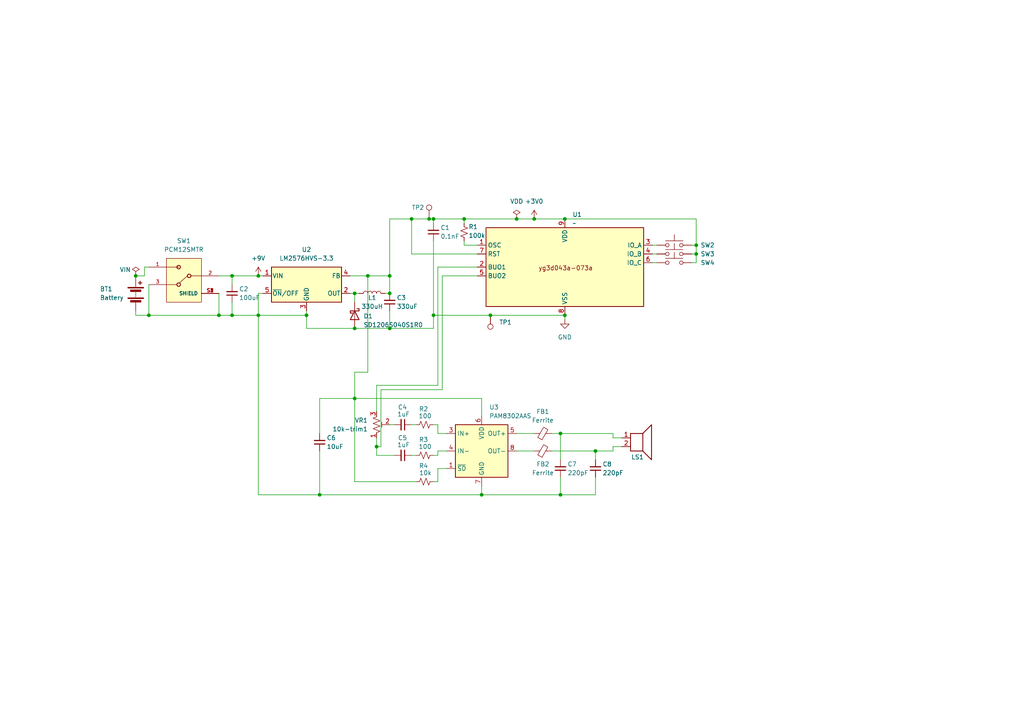
<source format=kicad_sch>
(kicad_sch (version 20250114) (generator "eeschema") (generator_version "9.0")
  (paper "A4")
  (lib_symbols
    (symbol "Amplifier_Audio:PAM8302AAS"
      (property "Reference" "U" (at 7.62 11.43 0))
      (property "Value" "PAM8302AAS" (at 7.62 8.89 0))
      (symbol "PAM8302AAS_0_1"
        (rectangle (start -7.62 7.62) (end 7.62 -7.62) (stroke (width 0.254)) (fill (type background)))
      )
      (symbol "PAM8302AAS_1_1"
        (pin input line (at -10.16 5.08 0) (length 2.54) (name "IN+") (number "3"))
        (pin input line (at -10.16 0 0) (length 2.54) (name "IN-") (number "4"))
        (pin input line (at -10.16 -5.08 0) (length 2.54) (name "~{SD}") (number "1"))
        (pin power_in line (at 0 10.16 270) (length 2.54) (name "VDD") (number "6"))
        (pin power_in line (at 0 -10.16 90) (length 2.54) (name "GND") (number "7"))
        (pin no_connect line (at 7.62 -5.08 180) (length 2.54) (hide yes) (name "NC") (number "2"))
        (pin output line (at 10.16 5.08 180) (length 2.54) (name "OUT+") (number "5"))
        (pin output line (at 10.16 0 180) (length 2.54) (name "OUT-") (number "8"))
      )
    )
    (symbol "Connector:TestPoint" (pin_numbers (hide yes)) (pin_names (offset 0.762) (hide yes))
      (property "Reference" "TP" (at 0 6.858 0))
      (property "Value" "TestPoint" (at 0 5.08 0))
      (symbol "TestPoint_0_1"
        (circle (center 0 3.302) (radius 0.762))
      )
      (symbol "TestPoint_1_1"
        (pin passive line (at 0 0 90) (length 2.54) (name "1") (number "1"))
      )
    )
    (symbol "Device:Battery" (pin_numbers (hide yes)) (pin_names (offset 0) (hide yes))
      (property "Reference" "BT" (at 2.54 2.54 0))
      (property "Value" "Battery" (at 2.54 0 0))
      (symbol "Battery_0_1"
        (rectangle (start -2.286 1.778) (end 2.286 1.524) (fill (type outline)))
        (rectangle (start -2.286 -1.27) (end 2.286 -1.524) (fill (type outline)))
        (rectangle (start -1.524 1.016) (end 1.524 0.508) (fill (type outline)))
        (rectangle (start -1.524 -2.032) (end 1.524 -2.54) (fill (type outline)))
        (polyline (pts (xy 0 1.778) (xy 0 2.54)))
        (polyline (pts (xy 0 0) (xy 0 0.254)))
        (polyline (pts (xy 0 -0.508) (xy 0 -0.254)))
        (polyline (pts (xy 0 -1.016) (xy 0 -0.762)))
        (polyline (pts (xy 0.762 3.048) (xy 1.778 3.048)) (stroke (width 0.254)))
        (polyline (pts (xy 1.27 3.556) (xy 1.27 2.54)) (stroke (width 0.254)))
      )
      (symbol "Battery_1_1"
        (pin passive line (at 0 5.08 270) (length 2.54) (name "+") (number "1"))
        (pin passive line (at 0 -5.08 90) (length 2.54) (name "-") (number "2"))
      )
    )
    (symbol "Device:C_Small" (pin_numbers (hide yes)) (pin_names (offset 0.254) (hide yes))
      (property "Reference" "C" (at 0.254 1.778 0))
      (property "Value" "C_Small" (at 0.254 -2.032 0))
      (symbol "C_Small_0_1"
        (polyline (pts (xy -1.524 0.508) (xy 1.524 0.508)) (stroke (width 0.3048)))
        (polyline (pts (xy -1.524 -0.508) (xy 1.524 -0.508)) (stroke (width 0.3302)))
      )
      (symbol "C_Small_1_1"
        (pin passive line (at 0 2.54 270) (length 2.032) (name "~") (number "1"))
        (pin passive line (at 0 -2.54 90) (length 2.032) (name "~") (number "2"))
      )
    )
    (symbol "Device:D_Schottky" (pin_numbers (hide yes)) (pin_names (offset 1.016) (hide yes))
      (property "Reference" "D" (at 0 2.54 0))
      (property "Value" "D_Schottky" (at 0 -2.54 0))
      (symbol "D_Schottky_0_1"
        (polyline (pts (xy -1.905 0.635) (xy -1.905 1.27) (xy -1.27 1.27) (xy -1.27 -1.27) (xy -0.635 -1.27) (xy -0.635 -0.635)) (stroke (width 0.254)))
        (polyline (pts (xy 1.27 1.27) (xy 1.27 -1.27) (xy -1.27 0) (xy 1.27 1.27)) (stroke (width 0.254)))
        (polyline (pts (xy 1.27 0) (xy -1.27 0)))
      )
      (symbol "D_Schottky_1_1"
        (pin passive line (at -3.81 0 0) (length 2.54) (name "K") (number "1"))
        (pin passive line (at 3.81 0 180) (length 2.54) (name "A") (number "2"))
      )
    )
    (symbol "Device:FerriteBead_Small" (pin_numbers (hide yes)) (pin_names (offset 0))
      (property "Reference" "FB" (at 1.905 1.27 0))
      (property "Value" "FerriteBead_Small" (at 1.905 -1.27 0))
      (symbol "FerriteBead_Small_0_1"
        (polyline (pts (xy -1.8288 0.2794) (xy -1.1176 1.4986) (xy 1.8288 -0.2032) (xy 1.1176 -1.4224) (xy -1.8288 0.2794)))
        (polyline (pts (xy 0 0.889) (xy 0 1.2954)))
        (polyline (pts (xy 0 -1.27) (xy 0 -0.7874)))
      )
      (symbol "FerriteBead_Small_1_1"
        (pin passive line (at 0 2.54 270) (length 1.27) (name "~") (number "1"))
        (pin passive line (at 0 -2.54 90) (length 1.27) (name "~") (number "2"))
      )
    )
    (symbol "Device:L" (pin_numbers (hide yes)) (pin_names (offset 1.016) (hide yes))
      (property "Reference" "L" (at -1.27 0 90))
      (property "Value" "L" (at 1.905 0 90))
      (symbol "L_0_1"
        (arc (start 0 2.54) (mid 0.6323 1.905) (end 0 1.27))
        (arc (start 0 1.27) (mid 0.6323 0.635) (end 0 0))
        (arc (start 0 0) (mid 0.6323 -0.635) (end 0 -1.27))
        (arc (start 0 -1.27) (mid 0.6323 -1.905) (end 0 -2.54))
      )
      (symbol "L_1_1"
        (pin passive line (at 0 3.81 270) (length 1.27) (name "1") (number "1"))
        (pin passive line (at 0 -3.81 90) (length 1.27) (name "2") (number "2"))
      )
    )
    (symbol "Device:R_Potentiometer_Trim_US" (pin_names (offset 1.016) (hide yes))
      (property "Reference" "RV" (at -4.445 0 90))
      (property "Value" "R_Potentiometer_Trim_US" (at -2.54 0 90))
      (symbol "R_Potentiometer_Trim_US_0_1"
        (polyline (pts (xy 0 2.286) (xy 0 2.54)))
        (polyline (pts (xy 0 2.286) (xy 1.016 1.905) (xy 0 1.524) (xy -1.016 1.143) (xy 0 0.762)))
        (polyline (pts (xy 0 0.762) (xy 1.016 0.381) (xy 0 0) (xy -1.016 -0.381) (xy 0 -0.762)))
        (polyline (pts (xy 0 -0.762) (xy 1.016 -1.143) (xy 0 -1.524) (xy -1.016 -1.905) (xy 0 -2.286)))
        (polyline (pts (xy 0 -2.286) (xy 0 -2.54)))
        (polyline (pts (xy 1.524 0.762) (xy 1.524 -0.762)))
        (polyline (pts (xy 2.54 0) (xy 1.524 0)))
      )
      (symbol "R_Potentiometer_Trim_US_1_1"
        (pin passive line (at 0 3.81 270) (length 1.27) (name "1") (number "1"))
        (pin passive line (at 0 -3.81 90) (length 1.27) (name "3") (number "3"))
        (pin passive line (at 3.81 0 180) (length 1.27) (name "2") (number "2"))
      )
    )
    (symbol "Device:R_Small_US" (pin_numbers (hide yes)) (pin_names (offset 0.254) (hide yes))
      (property "Reference" "R" (at 0.762 0.508 0))
      (property "Value" "R_Small_US" (at 0.762 -1.016 0))
      (symbol "R_Small_US_1_1"
        (polyline (pts (xy 0 1.524) (xy 1.016 1.143) (xy 0 0.762) (xy -1.016 0.381) (xy 0 0)))
        (polyline (pts (xy 0 0) (xy 1.016 -0.381) (xy 0 -0.762) (xy -1.016 -1.143) (xy 0 -1.524)))
        (pin passive line (at 0 2.54 270) (length 1.016) (name "~") (number "1"))
        (pin passive line (at 0 -2.54 90) (length 1.016) (name "~") (number "2"))
      )
    )
    (symbol "Device:Speaker" (pin_names (offset 0) (hide yes))
      (property "Reference" "LS" (at 1.27 5.715 0))
      (property "Value" "Speaker" (at 1.27 3.81 0))
      (symbol "Speaker_0_0"
        (rectangle (start -2.54 1.27) (end 1.016 -3.81) (stroke (width 0.254)))
        (polyline (pts (xy 1.016 1.27) (xy 3.556 3.81) (xy 3.556 -6.35) (xy 1.016 -3.81)) (stroke (width 0.254)))
      )
      (symbol "Speaker_1_1"
        (pin input line (at -5.08 0 0) (length 2.54) (name "1") (number "1"))
        (pin input line (at -5.08 -2.54 0) (length 2.54) (name "2") (number "2"))
      )
    )
    (symbol "MCU_ST_STM32C0:yg3d043a-073a"
      (property "Reference" "U" (at 0 0 0))
      (symbol "yg3d043a-073a_0_1"
        (rectangle (start -22.86 39.37) (end 22.86 16.51) (stroke (width 0.254)) (fill (type background)))
      )
      (symbol "yg3d043a-073a_1_1"
        (text "yg3d043a-073a" (at 0.254 27.686 0) (effects (font (size 1.27 1.27))))
        (pin output line (at -25.4 34.29 0) (length 2.54) (name "OSC") (number "1"))
        (pin input line (at -25.4 31.75 0) (length 2.54) (name "RST") (number "7"))
        (pin output line (at -25.4 27.94 0) (length 2.54) (name "BUO1") (number "2"))
        (pin output line (at -25.4 25.4 0) (length 2.54) (name "BUO2") (number "5"))
        (pin power_in line (at 0 41.91 270) (length 2.54) (name "VDD") (number "9"))
        (pin power_in line (at 0 13.97 90) (length 2.54) (name "VSS") (number "8"))
        (pin bidirectional line (at 25.4 34.29 180) (length 2.54) (name "IO_A") (number "3"))
        (pin bidirectional line (at 25.4 31.75 180) (length 2.54) (name "IO_B") (number "4"))
        (pin bidirectional line (at 25.4 29.21 180) (length 2.54) (name "IO_C") (number "6"))
      )
    )
    (symbol "New_Library:PCM12SMTR" (pin_names (offset 1.016))
      (property "Reference" "SW" (at -5.0844 5.3386 0))
      (property "Value" "PCM12SMTR" (at -5.1814 -9.6619 0))
      (symbol "PCM12SMTR_0_0"
        (polyline (pts (xy -5.08 2.54) (xy -1.524 2.54)) (stroke (width 0.1524)))
        (polyline (pts (xy -5.08 -2.54) (xy -2.032 -2.54)) (stroke (width 0.1524)))
        (rectangle (start -5.08 -7.62) (end 5.08 5.08) (stroke (width 0.1524)) (fill (type background)))
        (circle (center -1.524 2.54) (radius 0.508) (stroke (width 0.254)))
        (circle (center -1.524 -2.54) (radius 0.508) (stroke (width 0.254)))
        (polyline (pts (xy 1.016 0) (xy -1.27 -2.032)) (stroke (width 0.1524)))
        (circle (center 1.524 0) (radius 0.508) (stroke (width 0.254)))
        (polyline (pts (xy 2.032 0) (xy 5.08 0)) (stroke (width 0.1524)))
        (pin passive line (at -10.16 2.54 0) (length 5.08) (name "~") (number "1"))
        (pin passive line (at -10.16 -2.54 0) (length 5.08) (name "~") (number "3"))
        (pin passive line (at 10.16 0 180) (length 5.08) (name "~") (number "2"))
        (pin passive line (at 10.16 -5.08 180) (length 5.08) (name "SHIELD") (number "S1"))
        (pin passive line (at 10.16 -5.08 180) (length 5.08) (name "SHIELD") (number "S2"))
        (pin passive line (at 10.16 -5.08 180) (length 5.08) (name "SHIELD") (number "S3"))
        (pin passive line (at 10.16 -5.08 180) (length 5.08) (name "SHIELD") (number "S4"))
      )
    )
    (symbol "Regulator_Switching:LM2576HVS-3.3" (pin_names (offset 0.254))
      (property "Reference" "U" (at -10.16 6.35 0))
      (property "Value" "LM2576HVS-3.3" (at 0 6.35 0))
      (symbol "LM2576HVS-3.3_0_1"
        (rectangle (start -10.16 5.08) (end 10.16 -5.08) (stroke (width 0.254)) (fill (type background)))
      )
      (symbol "LM2576HVS-3.3_1_1"
        (pin power_in line (at -12.7 2.54 0) (length 2.54) (name "VIN") (number "1"))
        (pin input line (at -12.7 -2.54 0) (length 2.54) (name "~{ON}/OFF") (number "5"))
        (pin power_in line (at 0 -7.62 90) (length 2.54) (name "GND") (number "3"))
        (pin input line (at 12.7 2.54 180) (length 2.54) (name "FB") (number "4"))
        (pin output line (at 12.7 -2.54 180) (length 2.54) (name "OUT") (number "2"))
      )
    )
    (symbol "Switch:SW_Push" (pin_numbers (hide yes)) (pin_names (offset 1.016) (hide yes))
      (property "Reference" "SW" (at 1.27 2.54 0))
      (property "Value" "SW_Push" (at 0 -1.524 0))
      (symbol "SW_Push_0_1"
        (circle (center -2.032 0) (radius 0.508))
        (polyline (pts (xy 0 1.27) (xy 0 3.048)))
        (circle (center 2.032 0) (radius 0.508))
        (polyline (pts (xy 2.54 1.27) (xy -2.54 1.27)))
        (pin passive line (at -5.08 0 0) (length 2.54) (name "1") (number "1"))
        (pin passive line (at 5.08 0 180) (length 2.54) (name "2") (number "2"))
      )
    )
    (symbol "power:+3V0" (power) (pin_numbers (hide yes)) (pin_names (offset 0) (hide yes))
      (property "Value" "+3V0" (at 0 3.556 0))
      (symbol "+3V0_0_1"
        (polyline (pts (xy -0.762 1.27) (xy 0 2.54)))
        (polyline (pts (xy 0 2.54) (xy 0.762 1.27)))
        (polyline (pts (xy 0 0) (xy 0 2.54)))
      )
      (symbol "+3V0_1_1"
        (pin power_in line (at 0 0 90) (length 0) (name "~") (number "1"))
      )
    )
    (symbol "power:+9V" (power) (pin_numbers (hide yes)) (pin_names (offset 0) (hide yes))
      (property "Value" "+9V" (at 0 3.556 0))
      (symbol "+9V_0_1"
        (polyline (pts (xy -0.762 1.27) (xy 0 2.54)))
        (polyline (pts (xy 0 2.54) (xy 0.762 1.27)))
        (polyline (pts (xy 0 0) (xy 0 2.54)))
      )
      (symbol "+9V_1_1"
        (pin power_in line (at 0 0 90) (length 0) (name "~") (number "1"))
      )
    )
    (symbol "power:GND" (power) (pin_numbers (hide yes)) (pin_names (offset 0) (hide yes))
      (property "Value" "GND" (at 0 -3.81 0))
      (symbol "GND_0_1"
        (polyline (pts (xy 0 0) (xy 0 -1.27) (xy 1.27 -1.27) (xy 0 -2.54) (xy -1.27 -1.27) (xy 0 -1.27)))
      )
      (symbol "GND_1_1"
        (pin power_in line (at 0 0 270) (length 0) (name "~") (number "1"))
      )
    )
    (symbol "power:PWR_FLAG" (power) (pin_numbers (hide yes)) (pin_names (offset 0) (hide yes))
      (property "Value" "PWR_FLAG" (at 0 3.81 0))
      (symbol "PWR_FLAG_0_0"
        (pin power_out line (at 0 0 90) (length 0) (name "~") (number "1"))
      )
      (symbol "PWR_FLAG_0_1"
        (polyline (pts (xy 0 0) (xy 0 1.27) (xy -1.016 1.905) (xy 0 2.54) (xy 1.016 1.905) (xy 0 1.27)))
      )
    )
  )
  (junction (at 125.73 91.44))
  (junction (at 113.03 80.01))
  (junction (at 102.87 95.25))
  (junction (at 201.93 73.66))
  (junction (at 43.18 91.44))
  (junction (at 92.71 143.51))
  (junction (at 113.03 85.09))
  (junction (at 119.38 63.5))
  (junction (at 74.93 91.44))
  (junction (at 106.68 80.01))
  (junction (at 154.94 63.5))
  (junction (at 142.24 91.44))
  (junction (at 124.46 63.5))
  (junction (at 172.72 130.81))
  (junction (at 163.83 63.5))
  (junction (at 88.9 91.44))
  (junction (at 163.83 91.44))
  (junction (at 102.87 115.57))
  (junction (at 74.93 80.01))
  (junction (at 162.56 143.51))
  (junction (at 162.56 125.73))
  (junction (at 149.86 63.5))
  (junction (at 201.93 71.12))
  (junction (at 125.73 63.5))
  (junction (at 39.37 80.01))
  (junction (at 67.31 91.44))
  (junction (at 109.22 129.54))
  (junction (at 113.03 95.25))
  (junction (at 102.87 85.09))
  (junction (at 139.7 143.51))
  (junction (at 63.5 91.44))
  (junction (at 134.62 63.5))
  (junction (at 67.31 80.01))
  (wire (pts (xy 125.73 91.44) (xy 142.24 91.44)))
  (wire (pts (xy 113.03 90.17) (xy 113.03 95.25)))
  (wire (pts (xy 67.31 87.63) (xy 67.31 91.44)))
  (wire (pts (xy 125.73 91.44) (xy 125.73 95.25)))
  (wire (pts (xy 125.73 123.19) (xy 127 123.19)))
  (wire (pts (xy 92.71 115.57) (xy 92.71 125.73)))
  (wire (pts (xy 102.87 95.25) (xy 88.9 95.25)))
  (wire (pts (xy 125.73 69.85) (xy 125.73 91.44)))
  (wire (pts (xy 127 139.7) (xy 125.73 139.7)))
  (wire (pts (xy 106.68 80.01) (xy 113.03 80.01)))
  (wire (pts (xy 110.49 129.54) (xy 109.22 129.54)))
  (wire (pts (xy 43.18 82.55) (xy 43.18 91.44)))
  (wire (pts (xy 162.56 125.73) (xy 177.8 125.73)))
  (wire (pts (xy 74.93 80.01) (xy 76.2 80.01)))
  (wire (pts (xy 43.18 77.47) (xy 41.91 77.47)))
  (wire (pts (xy 119.38 123.19) (xy 120.65 123.19)))
  (wire (pts (xy 119.38 73.66) (xy 119.38 63.5)))
  (wire (pts (xy 139.7 115.57) (xy 102.87 115.57)))
  (wire (pts (xy 172.72 130.81) (xy 172.72 133.35)))
  (wire (pts (xy 162.56 143.51) (xy 139.7 143.51)))
  (wire (pts (xy 149.86 130.81) (xy 154.94 130.81)))
  (wire (pts (xy 128.27 113.03) (xy 110.49 113.03)))
  (wire (pts (xy 76.2 85.09) (xy 74.93 85.09)))
  (wire (pts (xy 138.43 73.66) (xy 119.38 73.66)))
  (wire (pts (xy 102.87 85.09) (xy 102.87 87.63)))
  (wire (pts (xy 177.8 127) (xy 180.34 127)))
  (wire (pts (xy 88.9 91.44) (xy 88.9 95.25)))
  (wire (pts (xy 127 77.47) (xy 127 111.76)))
  (wire (pts (xy 172.72 138.43) (xy 172.72 143.51)))
  (wire (pts (xy 41.91 80.01) (xy 39.37 80.01)))
  (wire (pts (xy 189.23 73.66) (xy 190.5 73.66)))
  (wire (pts (xy 63.5 80.01) (xy 67.31 80.01)))
  (wire (pts (xy 119.38 132.08) (xy 120.65 132.08)))
  (wire (pts (xy 113.03 95.25) (xy 125.73 95.25)))
  (wire (pts (xy 128.27 80.01) (xy 128.27 113.03)))
  (wire (pts (xy 106.68 107.95) (xy 102.87 107.95)))
  (wire (pts (xy 162.56 138.43) (xy 162.56 143.51)))
  (wire (pts (xy 134.62 71.12) (xy 134.62 69.85)))
  (wire (pts (xy 67.31 80.01) (xy 74.93 80.01)))
  (wire (pts (xy 88.9 90.17) (xy 88.9 91.44)))
  (wire (pts (xy 149.86 125.73) (xy 154.94 125.73)))
  (wire (pts (xy 127 123.19) (xy 127 125.73)))
  (wire (pts (xy 163.83 63.5) (xy 201.93 63.5)))
  (wire (pts (xy 128.27 80.01) (xy 138.43 80.01)))
  (wire (pts (xy 101.6 85.09) (xy 102.87 85.09)))
  (wire (pts (xy 113.03 63.5) (xy 119.38 63.5)))
  (wire (pts (xy 113.03 80.01) (xy 113.03 85.09)))
  (wire (pts (xy 120.65 139.7) (xy 102.87 139.7)))
  (wire (pts (xy 127 77.47) (xy 138.43 77.47)))
  (wire (pts (xy 177.8 130.81) (xy 177.8 129.54)))
  (wire (pts (xy 201.93 76.2) (xy 200.66 76.2)))
  (wire (pts (xy 127 111.76) (xy 109.22 111.76)))
  (wire (pts (xy 163.83 91.44) (xy 163.83 92.71)))
  (wire (pts (xy 162.56 125.73) (xy 162.56 133.35)))
  (wire (pts (xy 109.22 129.54) (xy 109.22 127)))
  (wire (pts (xy 172.72 143.51) (xy 162.56 143.51)))
  (wire (pts (xy 125.73 63.5) (xy 125.73 64.77)))
  (wire (pts (xy 124.46 63.5) (xy 125.73 63.5)))
  (wire (pts (xy 189.23 71.12) (xy 190.5 71.12)))
  (wire (pts (xy 127 132.08) (xy 125.73 132.08)))
  (wire (pts (xy 74.93 85.09) (xy 74.93 91.44)))
  (wire (pts (xy 134.62 63.5) (xy 134.62 64.77)))
  (wire (pts (xy 67.31 91.44) (xy 74.93 91.44)))
  (wire (pts (xy 201.93 63.5) (xy 201.93 71.12)))
  (wire (pts (xy 74.93 143.51) (xy 92.71 143.51)))
  (wire (pts (xy 63.5 85.09) (xy 63.5 91.44)))
  (wire (pts (xy 67.31 80.01) (xy 67.31 82.55)))
  (wire (pts (xy 177.8 125.73) (xy 177.8 127)))
  (wire (pts (xy 201.93 71.12) (xy 201.93 73.66)))
  (wire (pts (xy 110.49 113.03) (xy 110.49 129.54)))
  (wire (pts (xy 129.54 130.81) (xy 127 130.81)))
  (wire (pts (xy 172.72 130.81) (xy 177.8 130.81)))
  (wire (pts (xy 102.87 107.95) (xy 102.87 115.57)))
  (wire (pts (xy 200.66 71.12) (xy 201.93 71.12)))
  (wire (pts (xy 39.37 91.44) (xy 39.37 90.17)))
  (wire (pts (xy 74.93 91.44) (xy 88.9 91.44)))
  (wire (pts (xy 127 130.81) (xy 127 132.08)))
  (wire (pts (xy 102.87 139.7) (xy 102.87 115.57)))
  (wire (pts (xy 127 125.73) (xy 129.54 125.73)))
  (wire (pts (xy 109.22 132.08) (xy 109.22 129.54)))
  (wire (pts (xy 127 135.89) (xy 127 139.7)))
  (wire (pts (xy 160.02 130.81) (xy 172.72 130.81)))
  (wire (pts (xy 201.93 73.66) (xy 201.93 76.2)))
  (wire (pts (xy 200.66 73.66) (xy 201.93 73.66)))
  (wire (pts (xy 129.54 135.89) (xy 127 135.89)))
  (wire (pts (xy 134.62 63.5) (xy 149.86 63.5)))
  (wire (pts (xy 154.94 63.5) (xy 163.83 63.5)))
  (wire (pts (xy 113.03 123.19) (xy 114.3 123.19)))
  (wire (pts (xy 134.62 71.12) (xy 138.43 71.12)))
  (wire (pts (xy 92.71 143.51) (xy 92.71 130.81)))
  (wire (pts (xy 177.8 129.54) (xy 180.34 129.54)))
  (wire (pts (xy 41.91 77.47) (xy 41.91 80.01)))
  (wire (pts (xy 106.68 80.01) (xy 106.68 107.95)))
  (wire (pts (xy 119.38 63.5) (xy 124.46 63.5)))
  (wire (pts (xy 101.6 80.01) (xy 106.68 80.01)))
  (wire (pts (xy 109.22 111.76) (xy 109.22 119.38)))
  (wire (pts (xy 39.37 91.44) (xy 43.18 91.44)))
  (wire (pts (xy 102.87 115.57) (xy 92.71 115.57)))
  (wire (pts (xy 163.83 91.44) (xy 142.24 91.44)))
  (wire (pts (xy 139.7 143.51) (xy 92.71 143.51)))
  (wire (pts (xy 125.73 63.5) (xy 134.62 63.5)))
  (wire (pts (xy 189.23 76.2) (xy 190.5 76.2)))
  (wire (pts (xy 139.7 120.65) (xy 139.7 115.57)))
  (wire (pts (xy 160.02 125.73) (xy 162.56 125.73)))
  (wire (pts (xy 113.03 95.25) (xy 102.87 95.25)))
  (wire (pts (xy 43.18 91.44) (xy 63.5 91.44)))
  (wire (pts (xy 74.93 91.44) (xy 74.93 143.51)))
  (wire (pts (xy 114.3 132.08) (xy 109.22 132.08)))
  (wire (pts (xy 63.5 91.44) (xy 67.31 91.44)))
  (wire (pts (xy 111.76 85.09) (xy 113.03 85.09)))
  (wire (pts (xy 113.03 80.01) (xy 113.03 63.5)))
  (wire (pts (xy 149.86 63.5) (xy 154.94 63.5)))
  (wire (pts (xy 139.7 140.97) (xy 139.7 143.51)))
  (wire (pts (xy 102.87 85.09) (xy 104.14 85.09)))
  (symbol (lib_id "MCU_ST_STM32C0:yg3d043a-073a") (at 163.83 105.41 0) (unit 1)
    (property "Reference" "U1" (at 166.0241 62.23 0) (effects (justify left)))
    (property "Value" "~" (at 166.0241 64.77 0) (effects (justify left)))
    (property "Footprint" "Library:die-yg3d043a-073a" (effects (hide yes)))
  )
  (symbol (lib_id "New_Library:PCM12SMTR") (at 53.34 80.01 0) (unit 1)
    (property "Reference" "SW1" (at 53.34 69.85 0))
    (property "Value" "PCM12SMTR" (at 53.34 72.39 0))
    (property "Footprint" "Library:SW_PCM12SMTR" (effects (hide yes)))
    (property "MF" "C&K" (effects (hide yes)))
    (property "Description_1" "\n                        \n                            Switch,Slide,Ultra-Mini,SPDT,ON-ON,300mA,6VDC,Surface Mount,R/A,Gull Wing | C&K PCM12SMTR\n                        \n" (effects (hide yes)))
    (property "Package" "None" (effects (hide yes)))
    (property "Price" "None" (effects (hide yes)))
    (property "Check_prices" "https://www.snapeda.com/parts/PCM12SMTR/C%2526K/view-part/?ref=eda" (effects (hide yes)))
    (property "STANDARD" "Manufacturer Recommendation" (effects (hide yes)))
    (property "SnapEDA_Link" "https://www.snapeda.com/parts/PCM12SMTR/C%2526K/view-part/?ref=snap" (effects (hide yes)))
    (property "MP" "PCM12SMTR" (effects (hide yes)))
    (property "Availability" "In Stock" (effects (hide yes)))
    (property "MANUFACTURER" "C&K" (effects (hide yes)))
  )
  (symbol (lib_id "Device:L") (at 107.95 85.09 90) (unit 1)
    (property "Reference" "L1" (at 107.95 86.36 90))
    (property "Value" "330uH" (at 107.95 88.9 90))
    (property "Footprint" "Inductor_SMD:L_1206_3216Metric_Pad1.22x1.90mm_HandSolder" (effects (hide yes)))
    (property "Datasheet" "https://www.mouser.com/ProductDetail/TAIYO-YUDEN/LB3218T331K?qs=I6KAKw0tg2z6xPgRvDR6gg%3D%3D" (effects (hide yes)))
    (property "Description" "Inductor" (effects (hide yes)))
  )
  (symbol (lib_id "Amplifier_Audio:PAM8302AAS") (at 139.7 130.81 0) (unit 1)
    (property "Reference" "U3" (at 141.8941 118.11 0) (effects (justify left)))
    (property "Value" "PAM8302AAS" (at 141.8941 120.65 0) (effects (justify left)))
    (property "Footprint" "Package_SO:MSOP-8_3x3mm_P0.65mm" (effects (hide yes)))
    (property "Datasheet" "https://www.diodes.com/assets/Datasheets/PAM8302A.pdf" (effects (hide yes)))
    (property "Description" "2.5W Filterless Class-D Mono Audio Amplifier, MSOP-8" (effects (hide yes)))
  )
  (symbol (lib_id "Device:C_Small") (at 113.03 87.63 180) (unit 1)
    (property "Reference" "C3" (at 115.062 86.36 0) (effects (justify right)))
    (property "Value" "330uF" (at 115.062 88.9 0) (effects (justify right)))
    (property "Footprint" "Capacitor_SMD:C_1206_3216Metric" (effects (hide yes)))
    (property "Description" "Unpolarized capacitor, small symbol" (effects (hide yes)))
  )
  (symbol (lib_id "Device:C_Small") (at 116.84 123.19 270) (unit 1)
    (property "Reference" "C4" (at 118.11 118.11 90) (effects (justify right)))
    (property "Value" "1uF" (at 118.872 120.142 90) (effects (justify right)))
    (property "Footprint" "Capacitor_SMD:C_1206_3216Metric" (effects (hide yes)))
    (property "Description" "Unpolarized capacitor, small symbol" (effects (hide yes)))
  )
  (symbol (lib_id "Device:FerriteBead_Small") (at 157.48 130.81 90) (unit 1)
    (property "Reference" "FB2" (at 157.48 134.62 90))
    (property "Value" "Ferrite" (at 157.48 137.16 90))
    (property "Footprint" "Inductor_SMD:L_1206_3216Metric_Pad1.22x1.90mm_HandSolder" (effects (hide yes)))
    (property "Description" "Ferrite bead, small symbol" (effects (hide yes)))
  )
  (symbol (lib_id "Device:C_Small") (at 116.84 132.08 270) (unit 1)
    (property "Reference" "C5" (at 118.11 127 90) (effects (justify right)))
    (property "Value" "1uF" (at 118.872 129.032 90) (effects (justify right)))
    (property "Footprint" "Capacitor_SMD:C_1206_3216Metric" (effects (hide yes)))
    (property "Description" "Unpolarized capacitor, small symbol" (effects (hide yes)))
  )
  (symbol (lib_id "Device:R_Small_US") (at 123.19 123.19 90) (unit 1)
    (property "Reference" "R2" (at 124.206 118.618 90) (effects (justify left)))
    (property "Value" "100" (at 125.222 120.65 90) (effects (justify left)))
    (property "Footprint" "Resistor_SMD:R_1206_3216Metric" (effects (hide yes)))
    (property "Description" "Resistor, small US symbol" (effects (hide yes)))
  )
  (symbol (lib_id "Connector:TestPoint") (at 142.24 91.44 180) (unit 1)
    (property "Reference" "TP1" (at 144.78 93.4719 0) (effects (justify right)))
    (property "Value" "TestPoint" (effects (hide yes)))
    (property "Footprint" "TestPoint:TestPoint_Keystone_5019_Minature" (effects (hide yes)))
    (property "Description" "test point" (effects (hide yes)))
  )
  (symbol (lib_id "power:PWR_FLAG") (at 39.37 80.01 0) (unit 1)
    (property "Reference" "#FLG02" (effects (hide yes)))
    (property "Value" "VIN" (at 36.322 78.232 0))
    (property "Description" "Special symbol for telling ERC where power comes from" (effects (hide yes)))
  )
  (symbol (lib_id "Device:C_Small") (at 172.72 135.89 180) (unit 1)
    (property "Reference" "C8" (at 174.752 134.62 0) (effects (justify right)))
    (property "Value" "220pF" (at 174.752 137.16 0) (effects (justify right)))
    (property "Footprint" "Capacitor_SMD:C_1206_3216Metric" (effects (hide yes)))
    (property "Description" "Unpolarized capacitor, small symbol" (effects (hide yes)))
  )
  (symbol (lib_id "Connector:TestPoint") (at 124.46 63.5 0) (unit 1)
    (property "Reference" "TP2" (at 119.38 60.198 0) (effects (justify left)))
    (property "Value" "TestPoint" (effects (hide yes)))
    (property "Footprint" "TestPoint:TestPoint_Keystone_5019_Minature" (effects (hide yes)))
    (property "Description" "test point" (effects (hide yes)))
  )
  (symbol (lib_id "Switch:SW_Push") (at 195.58 73.66 0) (unit 1)
    (property "Reference" "SW3" (at 205.232 73.66 0))
    (property "Value" "SW_Push" (effects (hide yes)))
    (property "Footprint" "Button_Switch_SMD:SW_Push_1TS009xxxx-xxxx-xxxx_6x6x5mm" (effects (hide yes)))
    (property "Description" "Push button switch, generic, two pins" (effects (hide yes)))
  )
  (symbol (lib_id "Device:R_Small_US") (at 123.19 132.08 90) (unit 1)
    (property "Reference" "R3" (at 124.206 127.508 90) (effects (justify left)))
    (property "Value" "100" (at 125.222 129.54 90) (effects (justify left)))
    (property "Footprint" "Resistor_SMD:R_1206_3216Metric" (effects (hide yes)))
    (property "Description" "Resistor, small US symbol" (effects (hide yes)))
  )
  (symbol (lib_id "power:PWR_FLAG") (at 149.86 63.5 0) (unit 1)
    (property "Reference" "#FLG01" (effects (hide yes)))
    (property "Value" "VDD" (at 149.86 58.42 0))
    (property "Description" "Special symbol for telling ERC where power comes from" (effects (hide yes)))
  )
  (symbol (lib_id "Switch:SW_Push") (at 195.58 76.2 0) (unit 1)
    (property "Reference" "SW4" (at 205.232 76.2 0))
    (property "Value" "SW_Push" (effects (hide yes)))
    (property "Footprint" "Button_Switch_SMD:SW_Push_1TS009xxxx-xxxx-xxxx_6x6x5mm" (effects (hide yes)))
    (property "Description" "Push button switch, generic, two pins" (effects (hide yes)))
  )
  (symbol (lib_id "Device:FerriteBead_Small") (at 157.48 125.73 90) (unit 1)
    (property "Reference" "FB1" (at 157.4419 119.38 90))
    (property "Value" "Ferrite" (at 157.4419 121.92 90))
    (property "Footprint" "Inductor_SMD:L_1206_3216Metric_Pad1.22x1.90mm_HandSolder" (effects (hide yes)))
    (property "Description" "Ferrite bead, small symbol" (effects (hide yes)))
  )
  (symbol (lib_id "Device:R_Potentiometer_Trim_US") (at 109.22 123.19 0) (mirror x) (unit 1)
    (property "Reference" "10k-trim1" (at 106.68 124.4601 0) (effects (justify right)))
    (property "Value" "VR1" (at 106.68 121.9201 0) (effects (justify right)))
    (property "Footprint" "Resistor_SMD:TRIM_TC33X-2-102E" (effects (hide yes)))
    (property "Datasheet" "https://www.mouser.com/ProductDetail/Bourns/TC33X-2-102E?qs=2hAPiALdQ0nRULMRC6GCtg%3D%3D" (effects (hide yes)))
    (property "Description" "Trim-potentiometer, US symbol" (effects (hide yes)))
  )
  (symbol (lib_id "Device:Speaker") (at 185.42 127 0) (unit 1)
    (property "Reference" "LS1" (at 184.912 132.588 0))
    (property "Value" "Speaker" (effects (hide yes)))
    (property "Footprint" "Buzzer_Beeper:same_sky_speaker_mix" (effects (hide yes)))
    (property "Description" "Speaker" (effects (hide yes)))
  )
  (symbol (lib_id "Switch:SW_Push") (at 195.58 71.12 0) (unit 1)
    (property "Reference" "SW2" (at 205.232 71.12 0))
    (property "Value" "SW_Push" (effects (hide yes)))
    (property "Footprint" "Button_Switch_SMD:SW_Push_1TS009xxxx-xxxx-xxxx_6x6x5mm" (effects (hide yes)))
    (property "Description" "Push button switch, generic, two pins" (effects (hide yes)))
  )
  (symbol (lib_id "Device:R_Small_US") (at 134.62 67.31 0) (unit 1)
    (property "Reference" "R1" (at 135.89 65.786 0) (effects (justify left)))
    (property "Value" "100k" (at 135.89 68.326 0) (effects (justify left)))
    (property "Footprint" "Resistor_SMD:R_1206_3216Metric" (effects (hide yes)))
    (property "Description" "Resistor, small US symbol" (effects (hide yes)))
  )
  (symbol (lib_id "Device:C_Small") (at 67.31 85.09 180) (unit 1)
    (property "Reference" "C2" (at 69.342 83.82 0) (effects (justify right)))
    (property "Value" "100uF" (at 69.342 86.36 0) (effects (justify right)))
    (property "Footprint" "Capacitor_SMD:C_1206_3216Metric" (effects (hide yes)))
    (property "Description" "Unpolarized capacitor, small symbol" (effects (hide yes)))
  )
  (symbol (lib_id "power:GND") (at 163.83 92.71 0) (unit 1)
    (property "Reference" "#PWR01" (effects (hide yes)))
    (property "Value" "GND" (at 163.83 97.79 0))
    (property "Description" "Power symbol creates a global label with name \"GND\" , ground" (effects (hide yes)))
  )
  (symbol (lib_id "Device:C_Small") (at 92.71 128.27 180) (unit 1)
    (property "Reference" "C6" (at 94.742 127 0) (effects (justify right)))
    (property "Value" "10uF" (at 94.742 129.54 0) (effects (justify right)))
    (property "Footprint" "Capacitor_SMD:C_1206_3216Metric" (effects (hide yes)))
    (property "Description" "Unpolarized capacitor, small symbol" (effects (hide yes)))
  )
  (symbol (lib_id "Device:C_Small") (at 162.56 135.89 180) (unit 1)
    (property "Reference" "C7" (at 164.592 134.62 0) (effects (justify right)))
    (property "Value" "220pF" (at 164.592 137.16 0) (effects (justify right)))
    (property "Footprint" "Capacitor_SMD:C_1206_3216Metric" (effects (hide yes)))
    (property "Description" "Unpolarized capacitor, small symbol" (effects (hide yes)))
  )
  (symbol (lib_id "Device:D_Schottky") (at 102.87 91.44 270) (unit 1)
    (property "Reference" "D1" (at 105.41 91.694 90) (effects (justify left)))
    (property "Value" "SD1206S040S1R0" (at 105.41 94.234 90) (effects (justify left)))
    (property "Footprint" "Diode_SMD:D_1206_3216Metric_Pad1.42x1.75mm_HandSolder" (effects (hide yes)))
    (property "Datasheet" "https://www.mouser.com/ProductDetail/KYOCERA-AVX/SD1206S040S1R0?qs=jCA%252BPfw4LHZ%2FRBugmNm8zw%3D%3D" (effects (hide yes)))
    (property "Description" "Schottky diode" (effects (hide yes)))
  )
  (symbol (lib_id "power:+9V") (at 74.93 80.01 0) (unit 1)
    (property "Reference" "#PWR03" (effects (hide yes)))
    (property "Value" "+9V" (at 74.93 74.93 0))
    (property "Description" "Power symbol creates a global label with name \"+9V\"" (effects (hide yes)))
  )
  (symbol (lib_id "Regulator_Switching:LM2576HVS-3.3") (at 88.9 82.55 0) (unit 1)
    (property "Reference" "U2" (at 88.9 72.39 0))
    (property "Value" "LM2576HVS-3.3" (at 88.9 74.93 0))
    (property "Footprint" "Package_TO_SOT_SMD:TO-263-5_TabPin3" (effects (hide yes)))
    (property "Datasheet" "http://www.ti.com/lit/ds/symlink/lm2576.pdf" (effects (hide yes)))
    (property "Description" "3.3V, 3A, SIMPLE SWITCHER® Step-Down Voltage Regulator, High Voltage Input, TO-263" (effects (hide yes)))
  )
  (symbol (lib_id "power:+3V0") (at 154.94 63.5 0) (unit 1)
    (property "Reference" "#PWR02" (effects (hide yes)))
    (property "Value" "+3V0" (at 154.94 58.42 0))
    (property "Description" "Power symbol creates a global label with name \"+3V0\"" (effects (hide yes)))
  )
  (symbol (lib_id "Device:R_Small_US") (at 123.19 139.7 90) (unit 1)
    (property "Reference" "R4" (at 124.206 135.128 90) (effects (justify left)))
    (property "Value" "10k" (at 125.222 137.16 90) (effects (justify left)))
    (property "Footprint" "Resistor_SMD:R_1206_3216Metric" (effects (hide yes)))
    (property "Description" "Resistor, small US symbol" (effects (hide yes)))
  )
  (symbol (lib_id "Device:Battery") (at 39.37 85.09 0) (unit 1)
    (property "Reference" "BT1" (at 28.956 83.82 0) (effects (justify left)))
    (property "Value" "Battery" (at 28.956 86.36 0) (effects (justify left)))
    (property "Footprint" "Battery:BatteryHolder_MPD_BA9VPC_1xPP3" (effects (hide yes)))
    (property "Description" "Multiple-cell battery" (effects (hide yes)))
  )
  (symbol (lib_id "Device:C_Small") (at 125.73 67.31 180) (unit 1)
    (property "Reference" "C1" (at 127.762 66.04 0) (effects (justify right)))
    (property "Value" "0.1nF" (at 127.762 68.58 0) (effects (justify right)))
    (property "Footprint" "Capacitor_SMD:C_1206_3216Metric" (effects (hide yes)))
    (property "Description" "Unpolarized capacitor, small symbol" (effects (hide yes)))
  )
)
</source>
